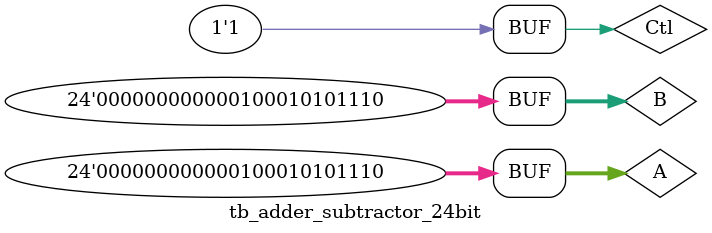
<source format=v>
`timescale 1ns / 1ps


module tb_adder_subtractor_24bit();

reg [23:0]A;
reg [23:0]B;
reg Ctl;
wire Cout;
wire [23:0]Sum;
wire [23:0]Difference;

adder_subtractor_24bit uut(.A(A),.B(B),.Ctl(Ctl),.Cout(Cout),.Sum(Sum),.Difference(Difference));
initial begin
    #10
    A = 24'd28;
    B = 24'd34;
    Ctl = 0;
    #10
    A = 24'b1111_1111;
    B = 24'd34;
    Ctl = 0;
    #10
    A = 24'd28;
    B = 24'd34;
    Ctl = 1;
    #10
    A = 24'b1111_1111;
    B = 24'd34;
    Ctl = 1;
    #10
    A = 24'd0;
    B = 24'd1;
    Ctl = 1;
    #10
    A = 24'd1;
    B = 24'd0;
    Ctl = 1;
    #10
    A = 24'd0;
    B = 24'd0;
    Ctl = 1;
    #10
    A = 24'd2222;
    B = 24'd2222;
    Ctl = 1;
end
endmodule

</source>
